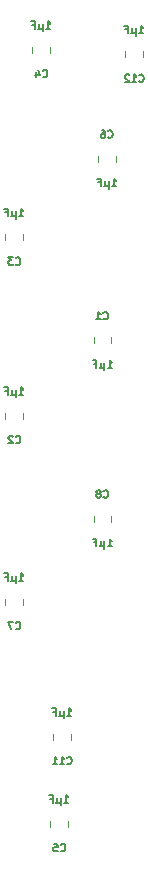
<source format=gbo>
%TF.GenerationSoftware,KiCad,Pcbnew,8.0.4*%
%TF.CreationDate,2024-08-12T15:03:13+02:00*%
%TF.ProjectId,HCP65 Device Interrupts Wide,48435036-3520-4446-9576-69636520496e,rev?*%
%TF.SameCoordinates,PX525bfc0PY43d3480*%
%TF.FileFunction,Legend,Bot*%
%TF.FilePolarity,Positive*%
%FSLAX46Y46*%
G04 Gerber Fmt 4.6, Leading zero omitted, Abs format (unit mm)*
G04 Created by KiCad (PCBNEW 8.0.4) date 2024-08-12 15:03:13*
%MOMM*%
%LPD*%
G01*
G04 APERTURE LIST*
%ADD10C,0.150000*%
%ADD11C,0.120000*%
G04 APERTURE END LIST*
D10*
X10546833Y-3316486D02*
X10577071Y-3346725D01*
X10577071Y-3346725D02*
X10667785Y-3376963D01*
X10667785Y-3376963D02*
X10728261Y-3376963D01*
X10728261Y-3376963D02*
X10818976Y-3346725D01*
X10818976Y-3346725D02*
X10879452Y-3286248D01*
X10879452Y-3286248D02*
X10909690Y-3225772D01*
X10909690Y-3225772D02*
X10939928Y-3104820D01*
X10939928Y-3104820D02*
X10939928Y-3014105D01*
X10939928Y-3014105D02*
X10909690Y-2893153D01*
X10909690Y-2893153D02*
X10879452Y-2832677D01*
X10879452Y-2832677D02*
X10818976Y-2772201D01*
X10818976Y-2772201D02*
X10728261Y-2741963D01*
X10728261Y-2741963D02*
X10667785Y-2741963D01*
X10667785Y-2741963D02*
X10577071Y-2772201D01*
X10577071Y-2772201D02*
X10546833Y-2802439D01*
X10002547Y-2953629D02*
X10002547Y-3376963D01*
X10153738Y-2711725D02*
X10304928Y-3165296D01*
X10304928Y-3165296D02*
X9911833Y-3165296D01*
X10837333Y730037D02*
X11200190Y730037D01*
X11018762Y730037D02*
X11018762Y1365037D01*
X11018762Y1365037D02*
X11079238Y1274323D01*
X11079238Y1274323D02*
X11139714Y1213847D01*
X11139714Y1213847D02*
X11200190Y1183609D01*
X10565190Y1153371D02*
X10565190Y518371D01*
X10262809Y820752D02*
X10232571Y760275D01*
X10232571Y760275D02*
X10172095Y730037D01*
X10565190Y820752D02*
X10534952Y760275D01*
X10534952Y760275D02*
X10474476Y730037D01*
X10474476Y730037D02*
X10353523Y730037D01*
X10353523Y730037D02*
X10293047Y760275D01*
X10293047Y760275D02*
X10262809Y820752D01*
X10262809Y820752D02*
X10262809Y1153371D01*
X9688285Y1062656D02*
X9899952Y1062656D01*
X9899952Y730037D02*
X9899952Y1365037D01*
X9899952Y1365037D02*
X9597571Y1365037D01*
X15699833Y-38917486D02*
X15730071Y-38947725D01*
X15730071Y-38947725D02*
X15820785Y-38977963D01*
X15820785Y-38977963D02*
X15881261Y-38977963D01*
X15881261Y-38977963D02*
X15971976Y-38947725D01*
X15971976Y-38947725D02*
X16032452Y-38887248D01*
X16032452Y-38887248D02*
X16062690Y-38826772D01*
X16062690Y-38826772D02*
X16092928Y-38705820D01*
X16092928Y-38705820D02*
X16092928Y-38615105D01*
X16092928Y-38615105D02*
X16062690Y-38494153D01*
X16062690Y-38494153D02*
X16032452Y-38433677D01*
X16032452Y-38433677D02*
X15971976Y-38373201D01*
X15971976Y-38373201D02*
X15881261Y-38342963D01*
X15881261Y-38342963D02*
X15820785Y-38342963D01*
X15820785Y-38342963D02*
X15730071Y-38373201D01*
X15730071Y-38373201D02*
X15699833Y-38403439D01*
X15336976Y-38615105D02*
X15397452Y-38584867D01*
X15397452Y-38584867D02*
X15427690Y-38554629D01*
X15427690Y-38554629D02*
X15457928Y-38494153D01*
X15457928Y-38494153D02*
X15457928Y-38463915D01*
X15457928Y-38463915D02*
X15427690Y-38403439D01*
X15427690Y-38403439D02*
X15397452Y-38373201D01*
X15397452Y-38373201D02*
X15336976Y-38342963D01*
X15336976Y-38342963D02*
X15216023Y-38342963D01*
X15216023Y-38342963D02*
X15155547Y-38373201D01*
X15155547Y-38373201D02*
X15125309Y-38403439D01*
X15125309Y-38403439D02*
X15095071Y-38463915D01*
X15095071Y-38463915D02*
X15095071Y-38494153D01*
X15095071Y-38494153D02*
X15125309Y-38554629D01*
X15125309Y-38554629D02*
X15155547Y-38584867D01*
X15155547Y-38584867D02*
X15216023Y-38615105D01*
X15216023Y-38615105D02*
X15336976Y-38615105D01*
X15336976Y-38615105D02*
X15397452Y-38645344D01*
X15397452Y-38645344D02*
X15427690Y-38675582D01*
X15427690Y-38675582D02*
X15457928Y-38736058D01*
X15457928Y-38736058D02*
X15457928Y-38857010D01*
X15457928Y-38857010D02*
X15427690Y-38917486D01*
X15427690Y-38917486D02*
X15397452Y-38947725D01*
X15397452Y-38947725D02*
X15336976Y-38977963D01*
X15336976Y-38977963D02*
X15216023Y-38977963D01*
X15216023Y-38977963D02*
X15155547Y-38947725D01*
X15155547Y-38947725D02*
X15125309Y-38917486D01*
X15125309Y-38917486D02*
X15095071Y-38857010D01*
X15095071Y-38857010D02*
X15095071Y-38736058D01*
X15095071Y-38736058D02*
X15125309Y-38675582D01*
X15125309Y-38675582D02*
X15155547Y-38645344D01*
X15155547Y-38645344D02*
X15216023Y-38615105D01*
X16044333Y-43084963D02*
X16407190Y-43084963D01*
X16225762Y-43084963D02*
X16225762Y-42449963D01*
X16225762Y-42449963D02*
X16286238Y-42540677D01*
X16286238Y-42540677D02*
X16346714Y-42601153D01*
X16346714Y-42601153D02*
X16407190Y-42631391D01*
X15772190Y-42661629D02*
X15772190Y-43296629D01*
X15469809Y-42994248D02*
X15439571Y-43054725D01*
X15439571Y-43054725D02*
X15379095Y-43084963D01*
X15772190Y-42994248D02*
X15741952Y-43054725D01*
X15741952Y-43054725D02*
X15681476Y-43084963D01*
X15681476Y-43084963D02*
X15560523Y-43084963D01*
X15560523Y-43084963D02*
X15500047Y-43054725D01*
X15500047Y-43054725D02*
X15469809Y-42994248D01*
X15469809Y-42994248D02*
X15469809Y-42661629D01*
X14895285Y-42752344D02*
X15106952Y-42752344D01*
X15106952Y-43084963D02*
X15106952Y-42449963D01*
X15106952Y-42449963D02*
X14804571Y-42449963D01*
X15699833Y-23804486D02*
X15730071Y-23834725D01*
X15730071Y-23834725D02*
X15820785Y-23864963D01*
X15820785Y-23864963D02*
X15881261Y-23864963D01*
X15881261Y-23864963D02*
X15971976Y-23834725D01*
X15971976Y-23834725D02*
X16032452Y-23774248D01*
X16032452Y-23774248D02*
X16062690Y-23713772D01*
X16062690Y-23713772D02*
X16092928Y-23592820D01*
X16092928Y-23592820D02*
X16092928Y-23502105D01*
X16092928Y-23502105D02*
X16062690Y-23381153D01*
X16062690Y-23381153D02*
X16032452Y-23320677D01*
X16032452Y-23320677D02*
X15971976Y-23260201D01*
X15971976Y-23260201D02*
X15881261Y-23229963D01*
X15881261Y-23229963D02*
X15820785Y-23229963D01*
X15820785Y-23229963D02*
X15730071Y-23260201D01*
X15730071Y-23260201D02*
X15699833Y-23290439D01*
X15095071Y-23864963D02*
X15457928Y-23864963D01*
X15276500Y-23864963D02*
X15276500Y-23229963D01*
X15276500Y-23229963D02*
X15336976Y-23320677D01*
X15336976Y-23320677D02*
X15397452Y-23381153D01*
X15397452Y-23381153D02*
X15457928Y-23411391D01*
X16044333Y-27971963D02*
X16407190Y-27971963D01*
X16225762Y-27971963D02*
X16225762Y-27336963D01*
X16225762Y-27336963D02*
X16286238Y-27427677D01*
X16286238Y-27427677D02*
X16346714Y-27488153D01*
X16346714Y-27488153D02*
X16407190Y-27518391D01*
X15772190Y-27548629D02*
X15772190Y-28183629D01*
X15469809Y-27881248D02*
X15439571Y-27941725D01*
X15439571Y-27941725D02*
X15379095Y-27971963D01*
X15772190Y-27881248D02*
X15741952Y-27941725D01*
X15741952Y-27941725D02*
X15681476Y-27971963D01*
X15681476Y-27971963D02*
X15560523Y-27971963D01*
X15560523Y-27971963D02*
X15500047Y-27941725D01*
X15500047Y-27941725D02*
X15469809Y-27881248D01*
X15469809Y-27881248D02*
X15469809Y-27548629D01*
X14895285Y-27639344D02*
X15106952Y-27639344D01*
X15106952Y-27971963D02*
X15106952Y-27336963D01*
X15106952Y-27336963D02*
X14804571Y-27336963D01*
X18723214Y-3697486D02*
X18753452Y-3727725D01*
X18753452Y-3727725D02*
X18844166Y-3757963D01*
X18844166Y-3757963D02*
X18904642Y-3757963D01*
X18904642Y-3757963D02*
X18995357Y-3727725D01*
X18995357Y-3727725D02*
X19055833Y-3667248D01*
X19055833Y-3667248D02*
X19086071Y-3606772D01*
X19086071Y-3606772D02*
X19116309Y-3485820D01*
X19116309Y-3485820D02*
X19116309Y-3395105D01*
X19116309Y-3395105D02*
X19086071Y-3274153D01*
X19086071Y-3274153D02*
X19055833Y-3213677D01*
X19055833Y-3213677D02*
X18995357Y-3153201D01*
X18995357Y-3153201D02*
X18904642Y-3122963D01*
X18904642Y-3122963D02*
X18844166Y-3122963D01*
X18844166Y-3122963D02*
X18753452Y-3153201D01*
X18753452Y-3153201D02*
X18723214Y-3183439D01*
X18118452Y-3757963D02*
X18481309Y-3757963D01*
X18299881Y-3757963D02*
X18299881Y-3122963D01*
X18299881Y-3122963D02*
X18360357Y-3213677D01*
X18360357Y-3213677D02*
X18420833Y-3274153D01*
X18420833Y-3274153D02*
X18481309Y-3304391D01*
X17876547Y-3183439D02*
X17846309Y-3153201D01*
X17846309Y-3153201D02*
X17785833Y-3122963D01*
X17785833Y-3122963D02*
X17634642Y-3122963D01*
X17634642Y-3122963D02*
X17574166Y-3153201D01*
X17574166Y-3153201D02*
X17543928Y-3183439D01*
X17543928Y-3183439D02*
X17513690Y-3243915D01*
X17513690Y-3243915D02*
X17513690Y-3304391D01*
X17513690Y-3304391D02*
X17543928Y-3395105D01*
X17543928Y-3395105D02*
X17906785Y-3757963D01*
X17906785Y-3757963D02*
X17513690Y-3757963D01*
X18711333Y349037D02*
X19074190Y349037D01*
X18892762Y349037D02*
X18892762Y984037D01*
X18892762Y984037D02*
X18953238Y893323D01*
X18953238Y893323D02*
X19013714Y832847D01*
X19013714Y832847D02*
X19074190Y802609D01*
X18439190Y772371D02*
X18439190Y137371D01*
X18136809Y439752D02*
X18106571Y379275D01*
X18106571Y379275D02*
X18046095Y349037D01*
X18439190Y439752D02*
X18408952Y379275D01*
X18408952Y379275D02*
X18348476Y349037D01*
X18348476Y349037D02*
X18227523Y349037D01*
X18227523Y349037D02*
X18167047Y379275D01*
X18167047Y379275D02*
X18136809Y439752D01*
X18136809Y439752D02*
X18136809Y772371D01*
X17562285Y681656D02*
X17773952Y681656D01*
X17773952Y349037D02*
X17773952Y984037D01*
X17773952Y984037D02*
X17471571Y984037D01*
X8260833Y-50052486D02*
X8291071Y-50082725D01*
X8291071Y-50082725D02*
X8381785Y-50112963D01*
X8381785Y-50112963D02*
X8442261Y-50112963D01*
X8442261Y-50112963D02*
X8532976Y-50082725D01*
X8532976Y-50082725D02*
X8593452Y-50022248D01*
X8593452Y-50022248D02*
X8623690Y-49961772D01*
X8623690Y-49961772D02*
X8653928Y-49840820D01*
X8653928Y-49840820D02*
X8653928Y-49750105D01*
X8653928Y-49750105D02*
X8623690Y-49629153D01*
X8623690Y-49629153D02*
X8593452Y-49568677D01*
X8593452Y-49568677D02*
X8532976Y-49508201D01*
X8532976Y-49508201D02*
X8442261Y-49477963D01*
X8442261Y-49477963D02*
X8381785Y-49477963D01*
X8381785Y-49477963D02*
X8291071Y-49508201D01*
X8291071Y-49508201D02*
X8260833Y-49538439D01*
X8049166Y-49477963D02*
X7625833Y-49477963D01*
X7625833Y-49477963D02*
X7897976Y-50112963D01*
X8551333Y-46005963D02*
X8914190Y-46005963D01*
X8732762Y-46005963D02*
X8732762Y-45370963D01*
X8732762Y-45370963D02*
X8793238Y-45461677D01*
X8793238Y-45461677D02*
X8853714Y-45522153D01*
X8853714Y-45522153D02*
X8914190Y-45552391D01*
X8279190Y-45582629D02*
X8279190Y-46217629D01*
X7976809Y-45915248D02*
X7946571Y-45975725D01*
X7946571Y-45975725D02*
X7886095Y-46005963D01*
X8279190Y-45915248D02*
X8248952Y-45975725D01*
X8248952Y-45975725D02*
X8188476Y-46005963D01*
X8188476Y-46005963D02*
X8067523Y-46005963D01*
X8067523Y-46005963D02*
X8007047Y-45975725D01*
X8007047Y-45975725D02*
X7976809Y-45915248D01*
X7976809Y-45915248D02*
X7976809Y-45582629D01*
X7402285Y-45673344D02*
X7613952Y-45673344D01*
X7613952Y-46005963D02*
X7613952Y-45370963D01*
X7613952Y-45370963D02*
X7311571Y-45370963D01*
X16080833Y-8437486D02*
X16111071Y-8467725D01*
X16111071Y-8467725D02*
X16201785Y-8497963D01*
X16201785Y-8497963D02*
X16262261Y-8497963D01*
X16262261Y-8497963D02*
X16352976Y-8467725D01*
X16352976Y-8467725D02*
X16413452Y-8407248D01*
X16413452Y-8407248D02*
X16443690Y-8346772D01*
X16443690Y-8346772D02*
X16473928Y-8225820D01*
X16473928Y-8225820D02*
X16473928Y-8135105D01*
X16473928Y-8135105D02*
X16443690Y-8014153D01*
X16443690Y-8014153D02*
X16413452Y-7953677D01*
X16413452Y-7953677D02*
X16352976Y-7893201D01*
X16352976Y-7893201D02*
X16262261Y-7862963D01*
X16262261Y-7862963D02*
X16201785Y-7862963D01*
X16201785Y-7862963D02*
X16111071Y-7893201D01*
X16111071Y-7893201D02*
X16080833Y-7923439D01*
X15536547Y-7862963D02*
X15657500Y-7862963D01*
X15657500Y-7862963D02*
X15717976Y-7893201D01*
X15717976Y-7893201D02*
X15748214Y-7923439D01*
X15748214Y-7923439D02*
X15808690Y-8014153D01*
X15808690Y-8014153D02*
X15838928Y-8135105D01*
X15838928Y-8135105D02*
X15838928Y-8377010D01*
X15838928Y-8377010D02*
X15808690Y-8437486D01*
X15808690Y-8437486D02*
X15778452Y-8467725D01*
X15778452Y-8467725D02*
X15717976Y-8497963D01*
X15717976Y-8497963D02*
X15597023Y-8497963D01*
X15597023Y-8497963D02*
X15536547Y-8467725D01*
X15536547Y-8467725D02*
X15506309Y-8437486D01*
X15506309Y-8437486D02*
X15476071Y-8377010D01*
X15476071Y-8377010D02*
X15476071Y-8225820D01*
X15476071Y-8225820D02*
X15506309Y-8165344D01*
X15506309Y-8165344D02*
X15536547Y-8135105D01*
X15536547Y-8135105D02*
X15597023Y-8104867D01*
X15597023Y-8104867D02*
X15717976Y-8104867D01*
X15717976Y-8104867D02*
X15778452Y-8135105D01*
X15778452Y-8135105D02*
X15808690Y-8165344D01*
X15808690Y-8165344D02*
X15838928Y-8225820D01*
X16425333Y-12604963D02*
X16788190Y-12604963D01*
X16606762Y-12604963D02*
X16606762Y-11969963D01*
X16606762Y-11969963D02*
X16667238Y-12060677D01*
X16667238Y-12060677D02*
X16727714Y-12121153D01*
X16727714Y-12121153D02*
X16788190Y-12151391D01*
X16153190Y-12181629D02*
X16153190Y-12816629D01*
X15850809Y-12514248D02*
X15820571Y-12574725D01*
X15820571Y-12574725D02*
X15760095Y-12604963D01*
X16153190Y-12514248D02*
X16122952Y-12574725D01*
X16122952Y-12574725D02*
X16062476Y-12604963D01*
X16062476Y-12604963D02*
X15941523Y-12604963D01*
X15941523Y-12604963D02*
X15881047Y-12574725D01*
X15881047Y-12574725D02*
X15850809Y-12514248D01*
X15850809Y-12514248D02*
X15850809Y-12181629D01*
X15276285Y-12272344D02*
X15487952Y-12272344D01*
X15487952Y-12604963D02*
X15487952Y-11969963D01*
X15487952Y-11969963D02*
X15185571Y-11969963D01*
X12627214Y-61482486D02*
X12657452Y-61512725D01*
X12657452Y-61512725D02*
X12748166Y-61542963D01*
X12748166Y-61542963D02*
X12808642Y-61542963D01*
X12808642Y-61542963D02*
X12899357Y-61512725D01*
X12899357Y-61512725D02*
X12959833Y-61452248D01*
X12959833Y-61452248D02*
X12990071Y-61391772D01*
X12990071Y-61391772D02*
X13020309Y-61270820D01*
X13020309Y-61270820D02*
X13020309Y-61180105D01*
X13020309Y-61180105D02*
X12990071Y-61059153D01*
X12990071Y-61059153D02*
X12959833Y-60998677D01*
X12959833Y-60998677D02*
X12899357Y-60938201D01*
X12899357Y-60938201D02*
X12808642Y-60907963D01*
X12808642Y-60907963D02*
X12748166Y-60907963D01*
X12748166Y-60907963D02*
X12657452Y-60938201D01*
X12657452Y-60938201D02*
X12627214Y-60968439D01*
X12022452Y-61542963D02*
X12385309Y-61542963D01*
X12203881Y-61542963D02*
X12203881Y-60907963D01*
X12203881Y-60907963D02*
X12264357Y-60998677D01*
X12264357Y-60998677D02*
X12324833Y-61059153D01*
X12324833Y-61059153D02*
X12385309Y-61089391D01*
X11417690Y-61542963D02*
X11780547Y-61542963D01*
X11599119Y-61542963D02*
X11599119Y-60907963D01*
X11599119Y-60907963D02*
X11659595Y-60998677D01*
X11659595Y-60998677D02*
X11720071Y-61059153D01*
X11720071Y-61059153D02*
X11780547Y-61089391D01*
X12615333Y-57435963D02*
X12978190Y-57435963D01*
X12796762Y-57435963D02*
X12796762Y-56800963D01*
X12796762Y-56800963D02*
X12857238Y-56891677D01*
X12857238Y-56891677D02*
X12917714Y-56952153D01*
X12917714Y-56952153D02*
X12978190Y-56982391D01*
X12343190Y-57012629D02*
X12343190Y-57647629D01*
X12040809Y-57345248D02*
X12010571Y-57405725D01*
X12010571Y-57405725D02*
X11950095Y-57435963D01*
X12343190Y-57345248D02*
X12312952Y-57405725D01*
X12312952Y-57405725D02*
X12252476Y-57435963D01*
X12252476Y-57435963D02*
X12131523Y-57435963D01*
X12131523Y-57435963D02*
X12071047Y-57405725D01*
X12071047Y-57405725D02*
X12040809Y-57345248D01*
X12040809Y-57345248D02*
X12040809Y-57012629D01*
X11466285Y-57103344D02*
X11677952Y-57103344D01*
X11677952Y-57435963D02*
X11677952Y-56800963D01*
X11677952Y-56800963D02*
X11375571Y-56800963D01*
X8260833Y-34304486D02*
X8291071Y-34334725D01*
X8291071Y-34334725D02*
X8381785Y-34364963D01*
X8381785Y-34364963D02*
X8442261Y-34364963D01*
X8442261Y-34364963D02*
X8532976Y-34334725D01*
X8532976Y-34334725D02*
X8593452Y-34274248D01*
X8593452Y-34274248D02*
X8623690Y-34213772D01*
X8623690Y-34213772D02*
X8653928Y-34092820D01*
X8653928Y-34092820D02*
X8653928Y-34002105D01*
X8653928Y-34002105D02*
X8623690Y-33881153D01*
X8623690Y-33881153D02*
X8593452Y-33820677D01*
X8593452Y-33820677D02*
X8532976Y-33760201D01*
X8532976Y-33760201D02*
X8442261Y-33729963D01*
X8442261Y-33729963D02*
X8381785Y-33729963D01*
X8381785Y-33729963D02*
X8291071Y-33760201D01*
X8291071Y-33760201D02*
X8260833Y-33790439D01*
X8018928Y-33790439D02*
X7988690Y-33760201D01*
X7988690Y-33760201D02*
X7928214Y-33729963D01*
X7928214Y-33729963D02*
X7777023Y-33729963D01*
X7777023Y-33729963D02*
X7716547Y-33760201D01*
X7716547Y-33760201D02*
X7686309Y-33790439D01*
X7686309Y-33790439D02*
X7656071Y-33850915D01*
X7656071Y-33850915D02*
X7656071Y-33911391D01*
X7656071Y-33911391D02*
X7686309Y-34002105D01*
X7686309Y-34002105D02*
X8049166Y-34364963D01*
X8049166Y-34364963D02*
X7656071Y-34364963D01*
X8551333Y-30257963D02*
X8914190Y-30257963D01*
X8732762Y-30257963D02*
X8732762Y-29622963D01*
X8732762Y-29622963D02*
X8793238Y-29713677D01*
X8793238Y-29713677D02*
X8853714Y-29774153D01*
X8853714Y-29774153D02*
X8914190Y-29804391D01*
X8279190Y-29834629D02*
X8279190Y-30469629D01*
X7976809Y-30167248D02*
X7946571Y-30227725D01*
X7946571Y-30227725D02*
X7886095Y-30257963D01*
X8279190Y-30167248D02*
X8248952Y-30227725D01*
X8248952Y-30227725D02*
X8188476Y-30257963D01*
X8188476Y-30257963D02*
X8067523Y-30257963D01*
X8067523Y-30257963D02*
X8007047Y-30227725D01*
X8007047Y-30227725D02*
X7976809Y-30167248D01*
X7976809Y-30167248D02*
X7976809Y-29834629D01*
X7402285Y-29925344D02*
X7613952Y-29925344D01*
X7613952Y-30257963D02*
X7613952Y-29622963D01*
X7613952Y-29622963D02*
X7311571Y-29622963D01*
X12070833Y-68843986D02*
X12101071Y-68874225D01*
X12101071Y-68874225D02*
X12191785Y-68904463D01*
X12191785Y-68904463D02*
X12252261Y-68904463D01*
X12252261Y-68904463D02*
X12342976Y-68874225D01*
X12342976Y-68874225D02*
X12403452Y-68813748D01*
X12403452Y-68813748D02*
X12433690Y-68753272D01*
X12433690Y-68753272D02*
X12463928Y-68632320D01*
X12463928Y-68632320D02*
X12463928Y-68541605D01*
X12463928Y-68541605D02*
X12433690Y-68420653D01*
X12433690Y-68420653D02*
X12403452Y-68360177D01*
X12403452Y-68360177D02*
X12342976Y-68299701D01*
X12342976Y-68299701D02*
X12252261Y-68269463D01*
X12252261Y-68269463D02*
X12191785Y-68269463D01*
X12191785Y-68269463D02*
X12101071Y-68299701D01*
X12101071Y-68299701D02*
X12070833Y-68329939D01*
X11496309Y-68269463D02*
X11798690Y-68269463D01*
X11798690Y-68269463D02*
X11828928Y-68571844D01*
X11828928Y-68571844D02*
X11798690Y-68541605D01*
X11798690Y-68541605D02*
X11738214Y-68511367D01*
X11738214Y-68511367D02*
X11587023Y-68511367D01*
X11587023Y-68511367D02*
X11526547Y-68541605D01*
X11526547Y-68541605D02*
X11496309Y-68571844D01*
X11496309Y-68571844D02*
X11466071Y-68632320D01*
X11466071Y-68632320D02*
X11466071Y-68783510D01*
X11466071Y-68783510D02*
X11496309Y-68843986D01*
X11496309Y-68843986D02*
X11526547Y-68874225D01*
X11526547Y-68874225D02*
X11587023Y-68904463D01*
X11587023Y-68904463D02*
X11738214Y-68904463D01*
X11738214Y-68904463D02*
X11798690Y-68874225D01*
X11798690Y-68874225D02*
X11828928Y-68843986D01*
X12361333Y-64797463D02*
X12724190Y-64797463D01*
X12542762Y-64797463D02*
X12542762Y-64162463D01*
X12542762Y-64162463D02*
X12603238Y-64253177D01*
X12603238Y-64253177D02*
X12663714Y-64313653D01*
X12663714Y-64313653D02*
X12724190Y-64343891D01*
X12089190Y-64374129D02*
X12089190Y-65009129D01*
X11786809Y-64706748D02*
X11756571Y-64767225D01*
X11756571Y-64767225D02*
X11696095Y-64797463D01*
X12089190Y-64706748D02*
X12058952Y-64767225D01*
X12058952Y-64767225D02*
X11998476Y-64797463D01*
X11998476Y-64797463D02*
X11877523Y-64797463D01*
X11877523Y-64797463D02*
X11817047Y-64767225D01*
X11817047Y-64767225D02*
X11786809Y-64706748D01*
X11786809Y-64706748D02*
X11786809Y-64374129D01*
X11212285Y-64464844D02*
X11423952Y-64464844D01*
X11423952Y-64797463D02*
X11423952Y-64162463D01*
X11423952Y-64162463D02*
X11121571Y-64162463D01*
X8260833Y-19191486D02*
X8291071Y-19221725D01*
X8291071Y-19221725D02*
X8381785Y-19251963D01*
X8381785Y-19251963D02*
X8442261Y-19251963D01*
X8442261Y-19251963D02*
X8532976Y-19221725D01*
X8532976Y-19221725D02*
X8593452Y-19161248D01*
X8593452Y-19161248D02*
X8623690Y-19100772D01*
X8623690Y-19100772D02*
X8653928Y-18979820D01*
X8653928Y-18979820D02*
X8653928Y-18889105D01*
X8653928Y-18889105D02*
X8623690Y-18768153D01*
X8623690Y-18768153D02*
X8593452Y-18707677D01*
X8593452Y-18707677D02*
X8532976Y-18647201D01*
X8532976Y-18647201D02*
X8442261Y-18616963D01*
X8442261Y-18616963D02*
X8381785Y-18616963D01*
X8381785Y-18616963D02*
X8291071Y-18647201D01*
X8291071Y-18647201D02*
X8260833Y-18677439D01*
X8049166Y-18616963D02*
X7656071Y-18616963D01*
X7656071Y-18616963D02*
X7867738Y-18858867D01*
X7867738Y-18858867D02*
X7777023Y-18858867D01*
X7777023Y-18858867D02*
X7716547Y-18889105D01*
X7716547Y-18889105D02*
X7686309Y-18919344D01*
X7686309Y-18919344D02*
X7656071Y-18979820D01*
X7656071Y-18979820D02*
X7656071Y-19131010D01*
X7656071Y-19131010D02*
X7686309Y-19191486D01*
X7686309Y-19191486D02*
X7716547Y-19221725D01*
X7716547Y-19221725D02*
X7777023Y-19251963D01*
X7777023Y-19251963D02*
X7958452Y-19251963D01*
X7958452Y-19251963D02*
X8018928Y-19221725D01*
X8018928Y-19221725D02*
X8049166Y-19191486D01*
X8551333Y-15144963D02*
X8914190Y-15144963D01*
X8732762Y-15144963D02*
X8732762Y-14509963D01*
X8732762Y-14509963D02*
X8793238Y-14600677D01*
X8793238Y-14600677D02*
X8853714Y-14661153D01*
X8853714Y-14661153D02*
X8914190Y-14691391D01*
X8279190Y-14721629D02*
X8279190Y-15356629D01*
X7976809Y-15054248D02*
X7946571Y-15114725D01*
X7946571Y-15114725D02*
X7886095Y-15144963D01*
X8279190Y-15054248D02*
X8248952Y-15114725D01*
X8248952Y-15114725D02*
X8188476Y-15144963D01*
X8188476Y-15144963D02*
X8067523Y-15144963D01*
X8067523Y-15144963D02*
X8007047Y-15114725D01*
X8007047Y-15114725D02*
X7976809Y-15054248D01*
X7976809Y-15054248D02*
X7976809Y-14721629D01*
X7402285Y-14812344D02*
X7613952Y-14812344D01*
X7613952Y-15144963D02*
X7613952Y-14509963D01*
X7613952Y-14509963D02*
X7311571Y-14509963D01*
D11*
%TO.C,C4*%
X9679000Y-1293252D02*
X9679000Y-770748D01*
X11149000Y-1293252D02*
X11149000Y-770748D01*
%TO.C,C8*%
X16356000Y-40489748D02*
X16356000Y-41012252D01*
X14886000Y-40489748D02*
X14886000Y-41012252D01*
%TO.C,C1*%
X16356000Y-25376748D02*
X16356000Y-25899252D01*
X14886000Y-25376748D02*
X14886000Y-25899252D01*
%TO.C,C12*%
X17553000Y-1674252D02*
X17553000Y-1151748D01*
X19023000Y-1674252D02*
X19023000Y-1151748D01*
%TO.C,C7*%
X7393000Y-48029252D02*
X7393000Y-47506748D01*
X8863000Y-48029252D02*
X8863000Y-47506748D01*
%TO.C,C6*%
X16737000Y-10009748D02*
X16737000Y-10532252D01*
X15267000Y-10009748D02*
X15267000Y-10532252D01*
%TO.C,C11*%
X11457000Y-59459252D02*
X11457000Y-58936748D01*
X12927000Y-59459252D02*
X12927000Y-58936748D01*
%TO.C,C2*%
X7393000Y-32281252D02*
X7393000Y-31758748D01*
X8863000Y-32281252D02*
X8863000Y-31758748D01*
%TO.C,C5*%
X11203000Y-66820752D02*
X11203000Y-66298248D01*
X12673000Y-66820752D02*
X12673000Y-66298248D01*
%TO.C,C3*%
X7393000Y-17168252D02*
X7393000Y-16645748D01*
X8863000Y-17168252D02*
X8863000Y-16645748D01*
%TD*%
M02*

</source>
